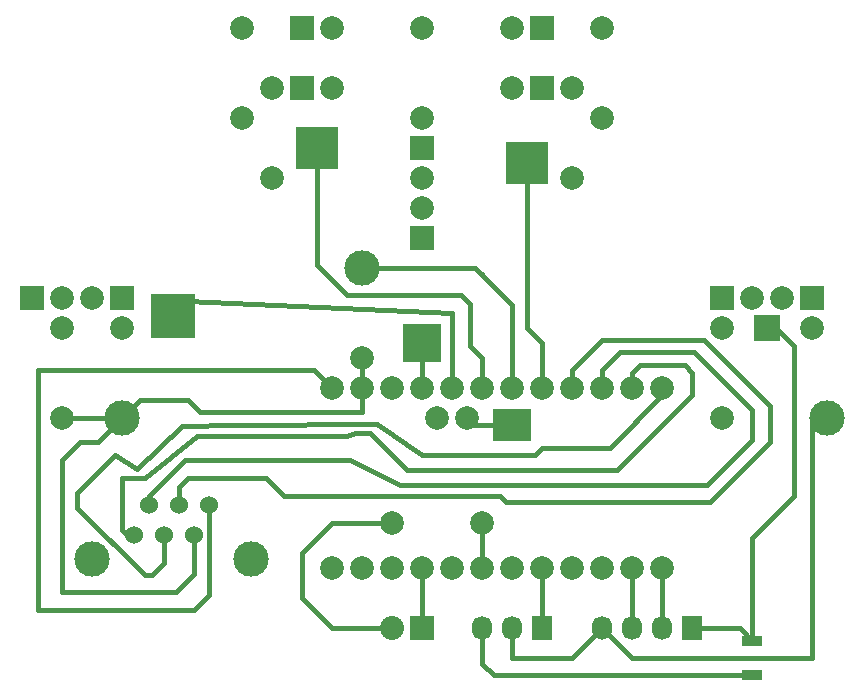
<source format=gbr>
G04 #@! TF.FileFunction,Copper,L1,Top,Signal*
%FSLAX46Y46*%
G04 Gerber Fmt 4.6, Leading zero omitted, Abs format (unit mm)*
G04 Created by KiCad (PCBNEW 4.0.2+dfsg1-stable) date Пят 15 Ліп 2016 18:00:04*
%MOMM*%
G01*
G04 APERTURE LIST*
%ADD10C,0.100000*%
%ADD11C,1.524000*%
%ADD12C,2.999740*%
%ADD13C,1.998980*%
%ADD14C,2.998980*%
%ADD15R,3.535200X3.535200*%
%ADD16R,3.635200X3.665200*%
%ADD17R,3.735200X3.735200*%
%ADD18R,2.000000X2.000000*%
%ADD19C,2.000000*%
%ADD20R,2.032000X2.032000*%
%ADD21O,2.032000X2.032000*%
%ADD22R,1.727200X2.032000*%
%ADD23O,1.727200X2.032000*%
%ADD24R,3.235200X3.235200*%
%ADD25R,3.235200X2.735200*%
%ADD26R,1.700000X0.900000*%
%ADD27R,2.235200X2.235200*%
%ADD28C,0.400000*%
G04 APERTURE END LIST*
D10*
D11*
X126746000Y-147066000D03*
X124206000Y-147066000D03*
X129286000Y-147066000D03*
X122936000Y-149606000D03*
X125476000Y-149606000D03*
X128016000Y-149606000D03*
D12*
X132842000Y-151638000D03*
X119380000Y-151638000D03*
D13*
X180340000Y-132080000D03*
D14*
X181610000Y-139700000D03*
D15*
X138430000Y-116840000D03*
D16*
X156210000Y-118110000D03*
D17*
X126238000Y-131064000D03*
D18*
X157480000Y-106680000D03*
D19*
X154940000Y-106680000D03*
D18*
X157480000Y-111760000D03*
D19*
X154940000Y-111760000D03*
D18*
X137160000Y-106680000D03*
D19*
X139700000Y-106680000D03*
D18*
X137160000Y-111760000D03*
D19*
X139700000Y-111760000D03*
D18*
X147320000Y-116840000D03*
D19*
X147320000Y-119380000D03*
D18*
X147320000Y-124460000D03*
D19*
X147320000Y-121920000D03*
D18*
X114300000Y-129540000D03*
D19*
X116840000Y-129540000D03*
D18*
X121920000Y-129540000D03*
D19*
X119380000Y-129540000D03*
D18*
X180340000Y-129540000D03*
D19*
X177800000Y-129540000D03*
D18*
X172720000Y-129540000D03*
D19*
X175260000Y-129540000D03*
D20*
X147320000Y-157480000D03*
D21*
X144780000Y-157480000D03*
D22*
X170180000Y-157480000D03*
D23*
X167640000Y-157480000D03*
X165100000Y-157480000D03*
X162560000Y-157480000D03*
D22*
X157480000Y-157480000D03*
D23*
X154940000Y-157480000D03*
X152400000Y-157480000D03*
D13*
X162560000Y-106680000D03*
X162560000Y-114300000D03*
X160020000Y-111760000D03*
X160020000Y-119380000D03*
X132080000Y-106680000D03*
X132080000Y-114300000D03*
X134620000Y-111760000D03*
X134620000Y-119380000D03*
X147320000Y-114300000D03*
X147320000Y-106680000D03*
D14*
X142240000Y-127000000D03*
D13*
X142240000Y-134620000D03*
X116840000Y-132080000D03*
X116840000Y-139700000D03*
X121920000Y-132080000D03*
D14*
X121920000Y-139700000D03*
D13*
X172720000Y-132080000D03*
X172720000Y-139700000D03*
X152400000Y-148590000D03*
X144780000Y-148590000D03*
D19*
X139700000Y-137160000D03*
X142240000Y-137160000D03*
X144780000Y-137160000D03*
X147320000Y-137160000D03*
X149860000Y-137160000D03*
X160020000Y-137160000D03*
X162560000Y-137160000D03*
X165100000Y-137160000D03*
X167640000Y-137160000D03*
X148590000Y-139700000D03*
X151130000Y-139700000D03*
X160020000Y-152400000D03*
X157480000Y-152400000D03*
X154940000Y-152400000D03*
X152400000Y-152400000D03*
X149860000Y-152400000D03*
X147320000Y-152400000D03*
X144780000Y-152400000D03*
X142240000Y-152400000D03*
X139700000Y-152400000D03*
X162560000Y-152400000D03*
X165100000Y-152400000D03*
X167640000Y-152400000D03*
X152400000Y-137160000D03*
X154940000Y-137160000D03*
X157480000Y-137160000D03*
D24*
X147320000Y-133350000D03*
D25*
X154940000Y-140335000D03*
D26*
X175260000Y-158570000D03*
X175260000Y-161470000D03*
D27*
X176530000Y-132080000D03*
D28*
X175260000Y-158570000D02*
X175260000Y-149860000D01*
X178816000Y-133604000D02*
X177292000Y-132080000D01*
X178816000Y-146304000D02*
X178816000Y-133604000D01*
X175260000Y-149860000D02*
X178816000Y-146304000D01*
X177292000Y-132080000D02*
X176530000Y-132080000D01*
X170180000Y-157480000D02*
X174170000Y-157480000D01*
X174170000Y-157480000D02*
X175260000Y-158570000D01*
X156210000Y-118110000D02*
X156210000Y-132080000D01*
X157480000Y-133350000D02*
X157480000Y-137160000D01*
X156210000Y-132080000D02*
X157480000Y-133350000D01*
X138430000Y-116840000D02*
X138430000Y-126746000D01*
X152400000Y-134620000D02*
X152400000Y-137160000D01*
X151384000Y-133604000D02*
X152400000Y-134620000D01*
X151384000Y-130048000D02*
X151384000Y-133604000D01*
X150622000Y-129286000D02*
X151384000Y-130048000D01*
X140970000Y-129286000D02*
X150622000Y-129286000D01*
X138430000Y-126746000D02*
X140970000Y-129286000D01*
X142240000Y-127000000D02*
X151765000Y-127000000D01*
X152400000Y-127508000D02*
X152400000Y-127635000D01*
X152273000Y-127508000D02*
X152400000Y-127508000D01*
X151765000Y-127000000D02*
X152273000Y-127508000D01*
X154940000Y-130175000D02*
X154940000Y-137160000D01*
X152400000Y-127635000D02*
X154940000Y-130175000D01*
X149860000Y-137160000D02*
X149860000Y-130810000D01*
X127508000Y-129794000D02*
X126238000Y-131064000D01*
X149860000Y-130810000D02*
X127508000Y-129794000D01*
X160020000Y-137160000D02*
X160020000Y-135636000D01*
X126746000Y-145542000D02*
X126746000Y-147066000D01*
X127508000Y-144780000D02*
X126746000Y-145542000D01*
X134112000Y-144780000D02*
X127508000Y-144780000D01*
X135636000Y-146304000D02*
X134112000Y-144780000D01*
X153924000Y-146304000D02*
X135636000Y-146304000D01*
X154432000Y-146812000D02*
X153924000Y-146304000D01*
X171704000Y-146812000D02*
X154432000Y-146812000D01*
X176784000Y-141732000D02*
X171704000Y-146812000D01*
X176784000Y-138684000D02*
X176784000Y-141732000D01*
X171196000Y-133096000D02*
X176784000Y-138684000D01*
X162560000Y-133096000D02*
X171196000Y-133096000D01*
X160020000Y-135636000D02*
X162560000Y-133096000D01*
X124206000Y-147066000D02*
X124206000Y-146304000D01*
X124206000Y-146304000D02*
X127254000Y-143256000D01*
X127254000Y-143256000D02*
X141224000Y-143256000D01*
X141224000Y-143256000D02*
X145415000Y-145415000D01*
X145415000Y-145415000D02*
X171450000Y-145415000D01*
X171450000Y-145415000D02*
X175260000Y-141605000D01*
X175260000Y-141605000D02*
X175260000Y-139065000D01*
X175260000Y-139065000D02*
X170307000Y-134112000D01*
X170307000Y-134112000D02*
X164084000Y-134112000D01*
X164084000Y-134112000D02*
X162560000Y-135636000D01*
X162560000Y-135636000D02*
X162560000Y-137160000D01*
X127508000Y-135636000D02*
X138176000Y-135636000D01*
X129286000Y-154686000D02*
X128016000Y-155956000D01*
X128016000Y-155956000D02*
X114808000Y-155956000D01*
X114808000Y-155956000D02*
X114808000Y-135636000D01*
X114808000Y-135636000D02*
X127508000Y-135636000D01*
X129286000Y-147066000D02*
X129286000Y-154686000D01*
X138176000Y-135636000D02*
X139700000Y-137160000D01*
X165100000Y-137160000D02*
X165100000Y-135890000D01*
X121920000Y-149225000D02*
X122301000Y-149606000D01*
X121920000Y-144780000D02*
X121920000Y-149225000D01*
X123825000Y-144780000D02*
X121920000Y-144780000D01*
X128270000Y-141224000D02*
X123825000Y-144780000D01*
X140970000Y-141224000D02*
X128270000Y-141224000D01*
X141605000Y-140970000D02*
X140970000Y-141224000D01*
X142875000Y-140970000D02*
X141605000Y-140970000D01*
X146050000Y-144145000D02*
X142875000Y-140970000D01*
X163830000Y-144145000D02*
X146050000Y-144145000D01*
X170180000Y-137795000D02*
X163830000Y-144145000D01*
X170180000Y-135890000D02*
X170180000Y-137795000D01*
X169545000Y-135255000D02*
X170180000Y-135890000D01*
X165735000Y-135255000D02*
X169545000Y-135255000D01*
X165100000Y-135890000D02*
X165735000Y-135255000D01*
X122301000Y-149606000D02*
X122936000Y-149606000D01*
X165100000Y-137160000D02*
X165100000Y-136525000D01*
X125476000Y-152019000D02*
X125476000Y-149606000D01*
X124460000Y-153035000D02*
X125476000Y-152019000D01*
X123825000Y-153035000D02*
X124460000Y-153035000D01*
X118110000Y-147320000D02*
X123825000Y-153035000D01*
X118110000Y-146050000D02*
X118110000Y-147320000D01*
X121285000Y-142875000D02*
X118110000Y-146050000D01*
X123168582Y-144028884D02*
X121285000Y-142875000D01*
X126954924Y-140345778D02*
X123168582Y-144028884D01*
X131421342Y-140334894D02*
X126954924Y-140345778D01*
X143510000Y-140208000D02*
X131421342Y-140334894D01*
X147320000Y-142875000D02*
X143510000Y-140208000D01*
X156845000Y-142875000D02*
X147320000Y-142875000D01*
X157480000Y-142240000D02*
X156845000Y-142875000D01*
X163195000Y-142240000D02*
X157480000Y-142240000D01*
X167640000Y-137795000D02*
X163195000Y-142240000D01*
X167640000Y-137160000D02*
X167640000Y-137795000D01*
X142240000Y-137160000D02*
X142240000Y-139192000D01*
X123444000Y-138176000D02*
X121920000Y-139700000D01*
X127508000Y-138176000D02*
X123444000Y-138176000D01*
X128524000Y-139192000D02*
X127508000Y-138176000D01*
X142240000Y-139192000D02*
X128524000Y-139192000D01*
X128016000Y-149606000D02*
X128016000Y-152908000D01*
X128016000Y-152908000D02*
X126492000Y-154432000D01*
X126492000Y-154432000D02*
X116840000Y-154432000D01*
X116840000Y-154432000D02*
X116840000Y-143256000D01*
X116840000Y-143256000D02*
X118364000Y-141732000D01*
X118364000Y-141732000D02*
X119888000Y-141732000D01*
X119888000Y-141732000D02*
X121920000Y-139700000D01*
X121920000Y-139700000D02*
X116840000Y-139700000D01*
X142240000Y-137160000D02*
X142240000Y-134620000D01*
X162560000Y-157480000D02*
X165100000Y-160020000D01*
X180340000Y-139700000D02*
X180340000Y-139700000D01*
X180340000Y-160020000D02*
X180340000Y-159385000D01*
X180340000Y-159385000D02*
X180340000Y-139700000D01*
X165100000Y-160020000D02*
X180340000Y-160020000D01*
X162560000Y-157480000D02*
X160020000Y-160020000D01*
X154940000Y-160020000D02*
X154940000Y-157480000D01*
X160020000Y-160020000D02*
X154940000Y-160020000D01*
X142240000Y-137160000D02*
X142240000Y-136652000D01*
X147320000Y-157480000D02*
X147320000Y-152400000D01*
X137160000Y-154940000D02*
X139700000Y-157480000D01*
X137160000Y-151130000D02*
X137160000Y-154940000D01*
X139700000Y-148590000D02*
X137160000Y-151130000D01*
X144780000Y-148590000D02*
X139700000Y-148590000D01*
X139700000Y-157480000D02*
X144780000Y-157480000D01*
X167640000Y-157480000D02*
X167640000Y-152400000D01*
X165100000Y-152400000D02*
X165100000Y-157480000D01*
X157480000Y-157480000D02*
X157480000Y-152400000D01*
X152400000Y-148590000D02*
X152400000Y-152400000D01*
X147320000Y-137160000D02*
X147320000Y-133350000D01*
X154940000Y-140335000D02*
X151765000Y-140335000D01*
X151765000Y-140335000D02*
X151130000Y-139700000D01*
X175260000Y-161470000D02*
X153342000Y-161470000D01*
X152400000Y-160528000D02*
X152400000Y-157480000D01*
X153342000Y-161470000D02*
X152400000Y-160528000D01*
M02*

</source>
